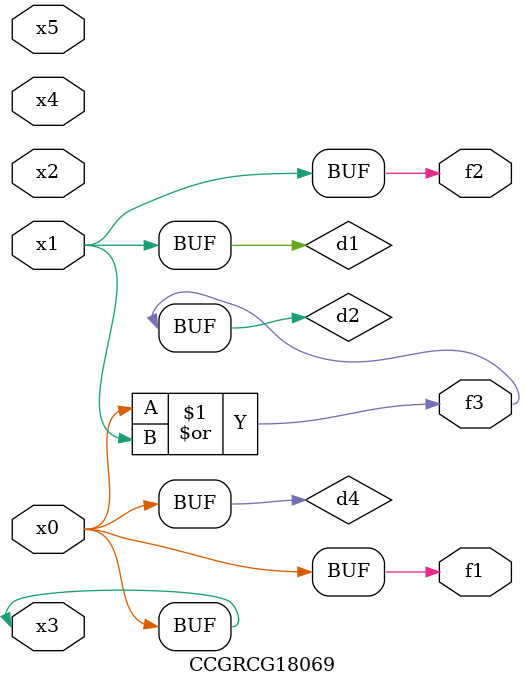
<source format=v>
module CCGRCG18069(
	input x0, x1, x2, x3, x4, x5,
	output f1, f2, f3
);

	wire d1, d2, d3, d4;

	and (d1, x1);
	or (d2, x0, x1);
	nand (d3, x0, x5);
	buf (d4, x0, x3);
	assign f1 = d4;
	assign f2 = d1;
	assign f3 = d2;
endmodule

</source>
